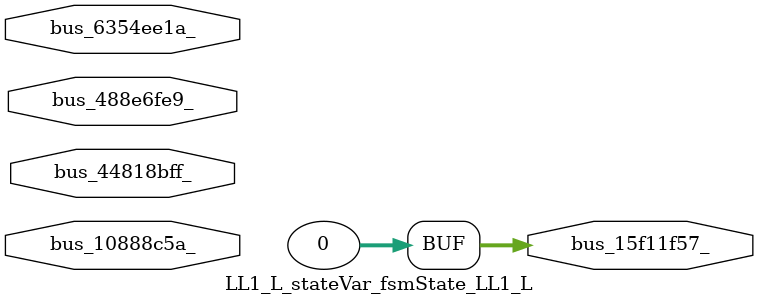
<source format=v>

module LL1_L(Out1_ACK, Out1_RDY, Out1_SEND, In1_DATA, In1_ACK, Out1_DATA, In1_SEND, In1_COUNT, Out1_COUNT, RESET, CLK);
input		Out1_ACK;
input		Out1_RDY;
output		Out1_SEND;
input	[15:0]	In1_DATA;
wire		the_action_done;
output		In1_ACK;
wire		the_action_go;
output	[15:0]	Out1_DATA;
input		In1_SEND;
input	[15:0]	In1_COUNT;
output	[15:0]	Out1_COUNT;
input		RESET;
input		CLK;
wire		bus_3eeec97f_;
wire	[15:0]	the_action;
wire		the_action_u41;
wire		LL1_L_the_action_instance_DONE;
wire		the_action_u39;
wire	[15:0]	the_action_u40;
wire		bus_4ab40cd0_;
wire		scheduler_u108;
wire	[31:0]	scheduler_u107;
wire		LL1_L_scheduler_instance_DONE;
wire		scheduler;
wire		bus_082be12d_;
wire	[31:0]	bus_15f11f57_;
assign Out1_SEND=the_action_u39;
assign the_action_done=bus_3eeec97f_;
assign In1_ACK=the_action_u41;
assign the_action_go=scheduler_u108;
assign Out1_DATA=the_action;
assign Out1_COUNT=the_action_u40;
assign bus_3eeec97f_=LL1_L_the_action_instance_DONE&{1{LL1_L_the_action_instance_DONE}};
LL1_L_the_action LL1_L_the_action_instance(.CLK(CLK), .GO(the_action_go), .port_7310d153_(In1_DATA), 
  .DONE(LL1_L_the_action_instance_DONE), .RESULT(the_action), .RESULT_u835(the_action_u39), 
  .RESULT_u836(the_action_u40), .RESULT_u837(the_action_u41));
LL1_L_globalreset_physical_2a36ba73_ LL1_L_globalreset_physical_2a36ba73__1(.bus_428df467_(CLK), 
  .bus_3e0efcfb_(RESET), .bus_4ab40cd0_(bus_4ab40cd0_));
LL1_L_scheduler LL1_L_scheduler_instance(.CLK(CLK), .RESET(bus_4ab40cd0_), .GO(bus_082be12d_), 
  .port_1f23a43d_(32'h0), .port_457cc143_(In1_SEND), .port_6b1f5e4b_(Out1_RDY), 
  .port_0cc01f9e_(the_action_done), .DONE(LL1_L_scheduler_instance_DONE), .RESULT(scheduler), 
  .RESULT_u838(scheduler_u107), .RESULT_u839(scheduler_u108));
LL1_L_Kicker_24 LL1_L_Kicker_24_1(.CLK(CLK), .RESET(bus_4ab40cd0_), .bus_082be12d_(bus_082be12d_));
LL1_L_stateVar_fsmState_LL1_L LL1_L_stateVar_fsmState_LL1_L_1(.bus_44818bff_(CLK), 
  .bus_488e6fe9_(bus_4ab40cd0_), .bus_10888c5a_(scheduler), .bus_6354ee1a_(32'h0), 
  .bus_15f11f57_(bus_15f11f57_));
endmodule



module LL1_L_the_action(CLK, GO, port_7310d153_, RESULT, RESULT_u835, RESULT_u836, RESULT_u837, DONE);
input		CLK;
input		GO;
input	[15:0]	port_7310d153_;
output	[15:0]	RESULT;
output		RESULT_u835;
output	[15:0]	RESULT_u836;
output		RESULT_u837;
output		DONE;
wire		simplePinWrite;
wire	[15:0]	simplePinWrite_u236;
wire		simplePinWrite_u237;
wire	[15:0]	simplePinWrite_u238;
assign simplePinWrite=GO&{1{GO}};
assign simplePinWrite_u236=16'h1&{16{1'h1}};
assign simplePinWrite_u237=GO&{1{GO}};
assign simplePinWrite_u238=port_7310d153_;
assign RESULT=simplePinWrite_u238;
assign RESULT_u835=simplePinWrite_u237;
assign RESULT_u836=simplePinWrite_u236;
assign RESULT_u837=simplePinWrite;
assign DONE=GO;
endmodule



module LL1_L_globalreset_physical_2a36ba73_(bus_428df467_, bus_3e0efcfb_, bus_4ab40cd0_);
input		bus_428df467_;
input		bus_3e0efcfb_;
output		bus_4ab40cd0_;
reg		sample_u20=1'h0;
wire		and_049343d1_u0;
wire		or_3de06962_u0;
reg		final_u20=1'h1;
wire		not_5b25a39e_u0;
reg		cross_u20=1'h0;
reg		glitch_u20=1'h0;
always @(posedge bus_428df467_)
begin
sample_u20<=1'h1;
end
assign and_049343d1_u0=cross_u20&glitch_u20;
assign or_3de06962_u0=bus_3e0efcfb_|final_u20;
assign bus_4ab40cd0_=or_3de06962_u0;
always @(posedge bus_428df467_)
begin
final_u20<=not_5b25a39e_u0;
end
assign not_5b25a39e_u0=~and_049343d1_u0;
always @(posedge bus_428df467_)
begin
cross_u20<=sample_u20;
end
always @(posedge bus_428df467_)
begin
glitch_u20<=cross_u20;
end
endmodule



module LL1_L_scheduler(CLK, RESET, GO, port_1f23a43d_, port_457cc143_, port_6b1f5e4b_, port_0cc01f9e_, RESULT, RESULT_u838, RESULT_u839, DONE);
input		CLK;
input		RESET;
input		GO;
input	[31:0]	port_1f23a43d_;
input		port_457cc143_;
input		port_6b1f5e4b_;
input		port_0cc01f9e_;
output		RESULT;
output	[31:0]	RESULT_u838;
output		RESULT_u839;
output		DONE;
wire signed	[31:0]	equals_a_signed;
wire signed	[31:0]	equals_b_signed;
wire		equals;
wire		and_u1426_u0;
wire		not_u274_u0;
wire		and_u1427_u0;
wire		not_u275_u0;
wire		and_u1428_u0;
wire		and_u1429_u0;
wire		and_u1430_u0;
wire		not_u276_u0;
wire		and_u1431_u0;
wire		simplePinWrite;
wire		and_u1432_u0;
wire		and_u1433_u0;
wire		and_u1434_u0;
wire		and_u1435_u0;
reg		and_delayed_u86=1'h0;
wire		or_u383_u0;
reg		reg_34d0bb33_u0=1'h0;
wire		or_u384_u0;
reg		reg_0fcdd737_u0=1'h0;
assign equals_a_signed=32'h0;
assign equals_b_signed=32'h0;
assign equals=equals_a_signed==equals_b_signed;
assign and_u1426_u0=and_u1435_u0&equals;
assign not_u274_u0=~equals;
assign and_u1427_u0=and_u1435_u0&not_u274_u0;
assign not_u275_u0=~port_457cc143_;
assign and_u1428_u0=and_u1434_u0&port_457cc143_;
assign and_u1429_u0=and_u1434_u0&not_u275_u0;
assign and_u1430_u0=and_u1433_u0&not_u276_u0;
assign not_u276_u0=~port_6b1f5e4b_;
assign and_u1431_u0=and_u1433_u0&port_6b1f5e4b_;
assign simplePinWrite=and_u1432_u0&{1{and_u1432_u0}};
assign and_u1432_u0=and_u1431_u0&and_u1433_u0;
assign and_u1433_u0=and_u1428_u0&and_u1434_u0;
assign and_u1434_u0=and_u1426_u0&and_u1435_u0;
assign and_u1435_u0=or_u383_u0&or_u383_u0;
always @(posedge CLK or posedge RESET)
begin
if (RESET)
and_delayed_u86<=1'h0;
else and_delayed_u86<=and_u1435_u0;
end
assign or_u383_u0=and_delayed_u86|reg_34d0bb33_u0;
always @(posedge CLK or posedge RESET)
begin
if (RESET)
reg_34d0bb33_u0<=1'h0;
else reg_34d0bb33_u0<=reg_0fcdd737_u0;
end
assign or_u384_u0=GO|and_u1432_u0;
always @(posedge CLK or posedge RESET)
begin
if (RESET)
reg_0fcdd737_u0<=1'h0;
else reg_0fcdd737_u0<=GO;
end
assign RESULT=or_u384_u0;
assign RESULT_u838=32'h0;
assign RESULT_u839=simplePinWrite;
assign DONE=1'h0;
endmodule



module LL1_L_Kicker_24(CLK, RESET, bus_082be12d_);
input		CLK;
input		RESET;
output		bus_082be12d_;
reg		kicker_res=1'h0;
wire		bus_65abd59b_;
wire		bus_7602bb89_;
wire		bus_2e84d5af_;
reg		kicker_1=1'h0;
wire		bus_33d5759c_;
reg		kicker_2=1'h0;
always @(posedge CLK)
begin
kicker_res<=bus_2e84d5af_;
end
assign bus_65abd59b_=bus_7602bb89_&kicker_1;
assign bus_7602bb89_=~RESET;
assign bus_2e84d5af_=kicker_1&bus_7602bb89_&bus_33d5759c_;
always @(posedge CLK)
begin
kicker_1<=bus_7602bb89_;
end
assign bus_082be12d_=kicker_res;
assign bus_33d5759c_=~kicker_2;
always @(posedge CLK)
begin
kicker_2<=bus_65abd59b_;
end
endmodule



module LL1_L_endianswapper_1cdf77d3_(endianswapper_1cdf77d3_in, endianswapper_1cdf77d3_out);
input	[31:0]	endianswapper_1cdf77d3_in;
output	[31:0]	endianswapper_1cdf77d3_out;
assign endianswapper_1cdf77d3_out=32'h0;
endmodule



module LL1_L_endianswapper_726dca13_(endianswapper_726dca13_in, endianswapper_726dca13_out);
input	[31:0]	endianswapper_726dca13_in;
output	[31:0]	endianswapper_726dca13_out;
assign endianswapper_726dca13_out=32'h0;
endmodule



module LL1_L_stateVar_fsmState_LL1_L(bus_44818bff_, bus_488e6fe9_, bus_10888c5a_, bus_6354ee1a_, bus_15f11f57_);
input		bus_44818bff_;
input		bus_488e6fe9_;
input		bus_10888c5a_;
input	[31:0]	bus_6354ee1a_;
output	[31:0]	bus_15f11f57_;
wire	[31:0]	endianswapper_1cdf77d3_out;
wire	[31:0]	endianswapper_726dca13_out;
assign bus_15f11f57_=32'h0;
LL1_L_endianswapper_1cdf77d3_ LL1_L_endianswapper_1cdf77d3__1(.endianswapper_1cdf77d3_in(32'h0), 
  .endianswapper_1cdf77d3_out(endianswapper_1cdf77d3_out));
LL1_L_endianswapper_726dca13_ LL1_L_endianswapper_726dca13__1(.endianswapper_726dca13_in(32'h0), 
  .endianswapper_726dca13_out(endianswapper_726dca13_out));
endmodule



</source>
